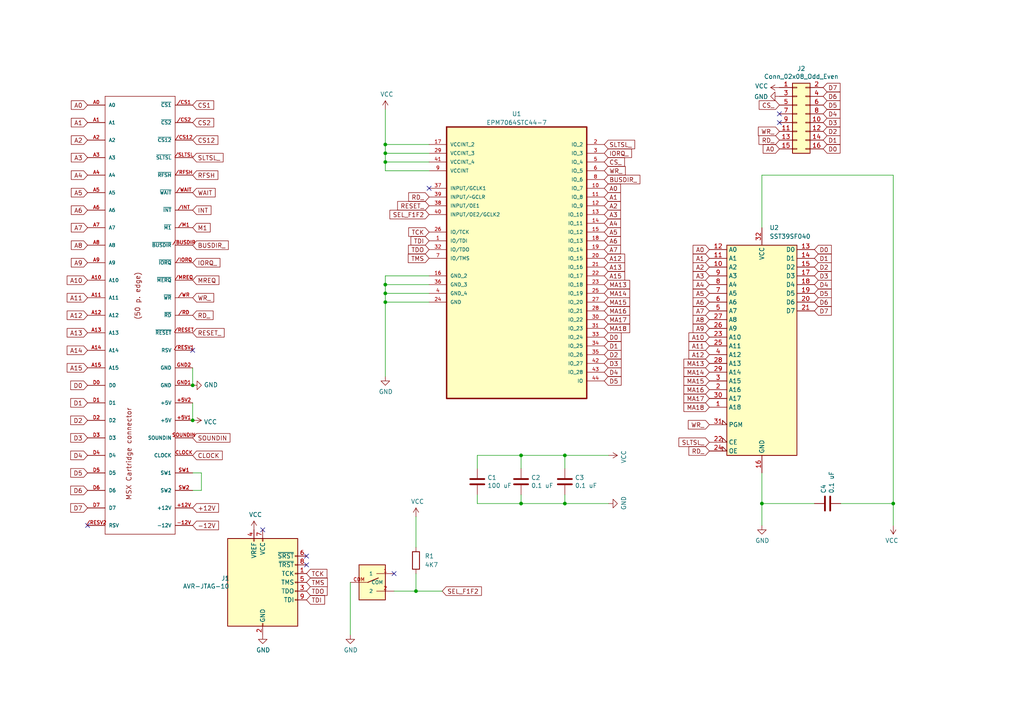
<source format=kicad_sch>
(kicad_sch (version 20231120) (generator "eeschema") (generator_version "8.0")
  (paper "A4")
  (title_block (title "MSX-USB") (date "2024-12-20") (rev "5.1") (company "The Retro Hacker") (comment 1 "Suitable for the CH376S Type 2") (comment 2 "New PCB version by The Retro Hacker") (comment 3 "Original project by S0urceror") (comment 4 "MSX-USB Interface"))
  (lib_symbols
    (symbol "Connector:AVR-JTAG-10" (pin_names (offset 1.016))
      (property "Reference" "J" (at -8.89 13.97 0))
      (property "Value" "AVR-JTAG-10" (at 1.27 13.97 0))
      (symbol "AVR-JTAG-10_0_1"
        (rectangle (start -2.667 12.7) (end -2.413 11.938))
        (rectangle (start -0.127 -11.938) (end 0.127 -12.7))
        (rectangle (start -0.127 12.7) (end 0.127 11.938))
        (rectangle (start 10.16 -4.953) (end 9.398 -5.207))
        (rectangle (start 10.16 -2.413) (end 9.398 -2.667))
        (rectangle (start 10.16 0.127) (end 9.398 -0.127))
        (rectangle (start 10.16 2.667) (end 9.398 2.413))
        (rectangle (start 10.16 5.207) (end 9.398 4.953))
        (rectangle (start 10.16 7.747) (end 9.398 7.493))
        (rectangle (start 10.16 12.7) (end -10.16 -12.7) (stroke (width 0.254)) (fill (type background)))
      )
      (symbol "AVR-JTAG-10_1_1"
        (pin passive line (at 12.7 2.54 180) (length 2.54) (name "TCK") (number "1"))
        (pin passive line (at 0 -15.24 90) (length 2.54) hide (name "GND") (number "10"))
        (pin passive line (at 0 -15.24 90) (length 2.54) (name "GND") (number "2"))
        (pin passive line (at 12.7 -2.54 180) (length 2.54) (name "TDO") (number "3"))
        (pin passive line (at -2.54 15.24 270) (length 2.54) (name "VREF") (number "4"))
        (pin passive line (at 12.7 0 180) (length 2.54) (name "TMS") (number "5"))
        (pin passive line (at 12.7 7.62 180) (length 2.54) (name "~{SRST}") (number "6"))
        (pin passive line (at 0 15.24 270) (length 2.54) (name "VCC") (number "7"))
        (pin passive line (at 12.7 5.08 180) (length 2.54) (name "~{TRST}") (number "8"))
        (pin passive line (at 12.7 -5.08 180) (length 2.54) (name "TDI") (number "9"))
      )
    )
    (symbol "Connector_Generic:Conn_02x08_Odd_Even" (pin_names (offset 1.016) hide)
      (property "Reference" "J" (at 1.27 10.16 0))
      (property "Value" "Conn_02x08_Odd_Even" (at 1.27 -12.7 0))
      (symbol "Conn_02x08_Odd_Even_1_1"
        (rectangle (start -1.27 -10.033) (end 0 -10.287) (stroke (width 0.1524)))
        (rectangle (start -1.27 -7.493) (end 0 -7.747) (stroke (width 0.1524)))
        (rectangle (start -1.27 -4.953) (end 0 -5.207) (stroke (width 0.1524)))
        (rectangle (start -1.27 -2.413) (end 0 -2.667) (stroke (width 0.1524)))
        (rectangle (start -1.27 0.127) (end 0 -0.127) (stroke (width 0.1524)))
        (rectangle (start -1.27 2.667) (end 0 2.413) (stroke (width 0.1524)))
        (rectangle (start -1.27 5.207) (end 0 4.953) (stroke (width 0.1524)))
        (rectangle (start -1.27 7.747) (end 0 7.493) (stroke (width 0.1524)))
        (rectangle (start -1.27 8.89) (end 3.81 -11.43) (stroke (width 0.254)) (fill (type background)))
        (rectangle (start 3.81 -10.033) (end 2.54 -10.287) (stroke (width 0.1524)))
        (rectangle (start 3.81 -7.493) (end 2.54 -7.747) (stroke (width 0.1524)))
        (rectangle (start 3.81 -4.953) (end 2.54 -5.207) (stroke (width 0.1524)))
        (rectangle (start 3.81 -2.413) (end 2.54 -2.667) (stroke (width 0.1524)))
        (rectangle (start 3.81 0.127) (end 2.54 -0.127) (stroke (width 0.1524)))
        (rectangle (start 3.81 2.667) (end 2.54 2.413) (stroke (width 0.1524)))
        (rectangle (start 3.81 5.207) (end 2.54 4.953) (stroke (width 0.1524)))
        (rectangle (start 3.81 7.747) (end 2.54 7.493) (stroke (width 0.1524)))
        (pin passive line (at -5.08 7.62 0) (length 3.81) (name "Pin_1") (number "1"))
        (pin passive line (at 7.62 -2.54 180) (length 3.81) (name "Pin_10") (number "10"))
        (pin passive line (at -5.08 -5.08 0) (length 3.81) (name "Pin_11") (number "11"))
        (pin passive line (at 7.62 -5.08 180) (length 3.81) (name "Pin_12") (number "12"))
        (pin passive line (at -5.08 -7.62 0) (length 3.81) (name "Pin_13") (number "13"))
        (pin passive line (at 7.62 -7.62 180) (length 3.81) (name "Pin_14") (number "14"))
        (pin passive line (at -5.08 -10.16 0) (length 3.81) (name "Pin_15") (number "15"))
        (pin passive line (at 7.62 -10.16 180) (length 3.81) (name "Pin_16") (number "16"))
        (pin passive line (at 7.62 7.62 180) (length 3.81) (name "Pin_2") (number "2"))
        (pin passive line (at -5.08 5.08 0) (length 3.81) (name "Pin_3") (number "3"))
        (pin passive line (at 7.62 5.08 180) (length 3.81) (name "Pin_4") (number "4"))
        (pin passive line (at -5.08 2.54 0) (length 3.81) (name "Pin_5") (number "5"))
        (pin passive line (at 7.62 2.54 180) (length 3.81) (name "Pin_6") (number "6"))
        (pin passive line (at -5.08 0 0) (length 3.81) (name "Pin_7") (number "7"))
        (pin passive line (at 7.62 0 180) (length 3.81) (name "Pin_8") (number "8"))
        (pin passive line (at -5.08 -2.54 0) (length 3.81) (name "Pin_9") (number "9"))
      )
    )
    (symbol "Device:C" (pin_numbers hide) (pin_names (offset 0.254))
      (property "Reference" "C" (at 0.635 2.54 0))
      (property "Value" "C" (at 0.635 -2.54 0))
      (symbol "C_0_1"
        (polyline (pts (xy -2.032 -0.762) (xy 2.032 -0.762)) (stroke (width 0.508)))
        (polyline (pts (xy -2.032 0.762) (xy 2.032 0.762)) (stroke (width 0.508)))
      )
      (symbol "C_1_1"
        (pin passive line (at 0 3.81 270) (length 2.794) (name "~") (number "1"))
        (pin passive line (at 0 -3.81 90) (length 2.794) (name "~") (number "2"))
      )
    )
    (symbol "Device:R" (pin_numbers hide) (pin_names (offset 0))
      (property "Reference" "R" (at 2.032 0 90))
      (property "Value" "R" (at 0 0 90))
      (symbol "R_0_1"
        (rectangle (start -1.016 -2.54) (end 1.016 2.54) (stroke (width 0.254)))
      )
      (symbol "R_1_1"
        (pin passive line (at 0 3.81 270) (length 1.27) (name "~") (number "1"))
        (pin passive line (at 0 -3.81 90) (length 1.27) (name "~") (number "2"))
      )
    )
    (symbol "EPM7064STC44-7:EPM7064STC44-7" (pin_names (offset 1.016))
      (property "Reference" "U" (at -6.0074 37.6483 0))
      (property "Value" "EPM7064STC44-7" (at -4.7675 -48.3887 0))
      (symbol "EPM7064STC44-7_0_0"
        (rectangle (start -20.32 -43.18) (end 20.32 35.56) (stroke (width 0.4064)) (fill (type background)))
        (pin bidirectional line (at -25.4 2.54 0) (length 5.08) (name "IO/TDI") (number "1"))
        (pin bidirectional line (at 25.4 17.78 180) (length 5.08) (name "IO_7") (number "10"))
        (pin bidirectional line (at 25.4 15.24 180) (length 5.08) (name "IO_8") (number "11"))
        (pin bidirectional line (at 25.4 12.7 180) (length 5.08) (name "IO_9") (number "12"))
        (pin bidirectional line (at 25.4 10.16 180) (length 5.08) (name "IO_10") (number "13"))
        (pin bidirectional line (at 25.4 7.62 180) (length 5.08) (name "IO_11") (number "14"))
        (pin bidirectional line (at 25.4 5.08 180) (length 5.08) (name "IO_12") (number "15"))
        (pin passive line (at -25.4 -7.62 0) (length 5.08) (name "GND_2") (number "16"))
        (pin power_in line (at -25.4 30.48 0) (length 5.08) (name "VCCINT_2") (number "17"))
        (pin bidirectional line (at 25.4 2.54 180) (length 5.08) (name "IO_13") (number "18"))
        (pin bidirectional line (at 25.4 0 180) (length 5.08) (name "IO_14") (number "19"))
        (pin bidirectional line (at 25.4 30.48 180) (length 5.08) (name "IO_2") (number "2"))
        (pin bidirectional line (at 25.4 -2.54 180) (length 5.08) (name "IO_15") (number "20"))
        (pin bidirectional line (at 25.4 -5.08 180) (length 5.08) (name "IO_16") (number "21"))
        (pin bidirectional line (at 25.4 -7.62 180) (length 5.08) (name "IO_17") (number "22"))
        (pin bidirectional line (at 25.4 -10.16 180) (length 5.08) (name "IO_18") (number "23"))
        (pin passive line (at -25.4 -15.24 0) (length 5.08) (name "GND") (number "24"))
        (pin bidirectional line (at 25.4 -12.7 180) (length 5.08) (name "IO_19") (number "25"))
        (pin bidirectional line (at -25.4 5.08 0) (length 5.08) (name "IO/TCK") (number "26"))
        (pin bidirectional line (at 25.4 -15.24 180) (length 5.08) (name "IO_20") (number "27"))
        (pin bidirectional line (at 25.4 -17.78 180) (length 5.08) (name "IO_21") (number "28"))
        (pin power_in line (at -25.4 27.94 0) (length 5.08) (name "VCCINT_3") (number "29"))
        (pin bidirectional line (at 25.4 27.94 180) (length 5.08) (name "IO_3") (number "3"))
        (pin bidirectional line (at 25.4 -20.32 180) (length 5.08) (name "IO_22") (number "30"))
        (pin bidirectional line (at 25.4 -22.86 180) (length 5.08) (name "IO_23") (number "31"))
        (pin bidirectional line (at -25.4 0 0) (length 5.08) (name "IO/TDO") (number "32"))
        (pin bidirectional line (at 25.4 -25.4 180) (length 5.08) (name "IO_24") (number "33"))
        (pin bidirectional line (at 25.4 -27.94 180) (length 5.08) (name "IO_25") (number "34"))
        (pin bidirectional line (at 25.4 -30.48 180) (length 5.08) (name "IO_26") (number "35"))
        (pin passive line (at -25.4 -10.16 0) (length 5.08) (name "GND_3") (number "36"))
        (pin input line (at -25.4 17.78 0) (length 5.08) (name "INPUT/GCLK1") (number "37"))
        (pin input line (at -25.4 12.7 0) (length 5.08) (name "INPUT/OE1") (number "38"))
        (pin input line (at -25.4 15.24 0) (length 5.08) (name "INPUT/~GCLR") (number "39"))
        (pin passive line (at -25.4 -12.7 0) (length 5.08) (name "GND_4") (number "4"))
        (pin input line (at -25.4 10.16 0) (length 5.08) (name "INPUT/OE2/GCLK2") (number "40"))
        (pin power_in line (at -25.4 25.4 0) (length 5.08) (name "VCCINT_4") (number "41"))
        (pin bidirectional line (at 25.4 -33.02 180) (length 5.08) (name "IO_27") (number "42"))
        (pin bidirectional line (at 25.4 -35.56 180) (length 5.08) (name "IO_28") (number "43"))
        (pin bidirectional line (at 25.4 -38.1 180) (length 5.08) (name "IO") (number "44"))
        (pin bidirectional line (at 25.4 25.4 180) (length 5.08) (name "IO_4") (number "5"))
        (pin bidirectional line (at 25.4 22.86 180) (length 5.08) (name "IO_5") (number "6"))
        (pin bidirectional line (at -25.4 -2.54 0) (length 5.08) (name "IO/TMS") (number "7"))
        (pin bidirectional line (at 25.4 20.32 180) (length 5.08) (name "IO_6") (number "8"))
        (pin power_in line (at -25.4 22.86 0) (length 5.08) (name "VCCINT") (number "9"))
      )
    )
    (symbol "Memory_Flash:SST39SF040"
      (property "Reference" "U" (at 2.54 33.02 0))
      (property "Value" "SST39SF040" (at 0 -30.48 0))
      (symbol "SST39SF040_0_0"
        (pin power_in line (at 0 -34.29 90) (length 5.08) (name "GND") (number "16"))
        (pin power_in line (at 0 36.83 270) (length 5.08) (name "VCC") (number "32"))
      )
      (symbol "SST39SF040_0_1"
        (rectangle (start -10.16 31.75) (end 10.16 -29.21) (stroke (width 0.254)) (fill (type background)))
      )
      (symbol "SST39SF040_1_1"
        (pin input line (at -15.24 -15.24 0) (length 5.08) (name "A18") (number "1"))
        (pin input line (at -15.24 25.4 0) (length 5.08) (name "A2") (number "10"))
        (pin input line (at -15.24 27.94 0) (length 5.08) (name "A1") (number "11"))
        (pin input line (at -15.24 30.48 0) (length 5.08) (name "A0") (number "12"))
        (pin tri_state line (at 15.24 30.48 180) (length 5.08) (name "D0") (number "13"))
        (pin tri_state line (at 15.24 27.94 180) (length 5.08) (name "D1") (number "14"))
        (pin tri_state line (at 15.24 25.4 180) (length 5.08) (name "D2") (number "15"))
        (pin tri_state line (at 15.24 22.86 180) (length 5.08) (name "D3") (number "17"))
        (pin tri_state line (at 15.24 20.32 180) (length 5.08) (name "D4") (number "18"))
        (pin tri_state line (at 15.24 17.78 180) (length 5.08) (name "D5") (number "19"))
        (pin input line (at -15.24 -10.16 0) (length 5.08) (name "A16") (number "2"))
        (pin tri_state line (at 15.24 15.24 180) (length 5.08) (name "D6") (number "20"))
        (pin tri_state line (at 15.24 12.7 180) (length 5.08) (name "D7") (number "21"))
        (pin input input_low (at -15.24 -25.4 0) (length 5.08) (name "CE") (number "22"))
        (pin input line (at -15.24 5.08 0) (length 5.08) (name "A10") (number "23"))
        (pin input input_low (at -15.24 -27.94 0) (length 5.08) (name "OE") (number "24"))
        (pin input line (at -15.24 2.54 0) (length 5.08) (name "A11") (number "25"))
        (pin input line (at -15.24 7.62 0) (length 5.08) (name "A9") (number "26"))
        (pin input line (at -15.24 10.16 0) (length 5.08) (name "A8") (number "27"))
        (pin input line (at -15.24 -2.54 0) (length 5.08) (name "A13") (number "28"))
        (pin input line (at -15.24 -5.08 0) (length 5.08) (name "A14") (number "29"))
        (pin input line (at -15.24 -7.62 0) (length 5.08) (name "A15") (number "3"))
        (pin input line (at -15.24 -12.7 0) (length 5.08) (name "A17") (number "30"))
        (pin input input_low (at -15.24 -20.32 0) (length 5.08) (name "PGM") (number "31"))
        (pin input line (at -15.24 0 0) (length 5.08) (name "A12") (number "4"))
        (pin input line (at -15.24 12.7 0) (length 5.08) (name "A7") (number "5"))
        (pin input line (at -15.24 15.24 0) (length 5.08) (name "A6") (number "6"))
        (pin input line (at -15.24 17.78 0) (length 5.08) (name "A5") (number "7"))
        (pin input line (at -15.24 20.32 0) (length 5.08) (name "A4") (number "8"))
        (pin input line (at -15.24 22.86 0) (length 5.08) (name "A3") (number "9"))
      )
    )
    (symbol "SK12D07VG4:SK12D07VG4" (pin_names (offset 1.016))
      (symbol "SK12D07VG4_0_0"
        (rectangle (start -5.08 5.08) (end 5.08 -2.54) (stroke (width 0.254)) (fill (type background)))
        (polyline (pts (xy 0 0) (xy -1.27 3.048)) (stroke (width 0.254)))
        (pin bidirectional line (at 0 -5.08 90) (length 5.08) (name "COM") (number "COM"))
      )
      (symbol "SK12D07VG4_1_0"
        (pin bidirectional line (at -2.54 7.62 270) (length 5.08) (name "1") (number "1"))
        (pin bidirectional line (at 2.54 7.62 270) (length 5.08) (name "2") (number "2"))
      )
    )
    (symbol "msx-con:MSX_CON" (pin_names (offset 1.016))
      (symbol "MSX_CON_1_0"
        (polyline (pts (xy -58.42 -10.16) (xy 68.58 -10.16)))
        (polyline (pts (xy -58.42 10.16) (xy -58.42 -10.16)))
        (polyline (pts (xy 68.58 -10.16) (xy 68.58 10.16)))
        (polyline (pts (xy 68.58 10.16) (xy -58.42 10.16)))
        (text "(50 p. edge)" (at 10.7442 0.7112 0) (effects (font (size 1.4224 1.4224))))
        (text "MSX Cartridge connector" (at -35.0774 3.2512 0) (effects (font (size 1.4224 1.4224))))
      )
      (symbol "MSX_CON_1_1"
        (pin power_out line (at -50.8 -15.24 90) (length 5.08) (name "+12V") (number "+12V"))
        (pin power_out line (at -25.4 -15.24 90) (length 5.08) (name "+5V") (number "+5V1"))
        (pin power_out line (at -20.32 -15.24 90) (length 5.08) (name "+5V") (number "+5V2"))
        (pin power_out line (at -55.88 -15.24 90) (length 5.08) (name "-12V") (number "-12V"))
        (pin input line (at 25.4 -15.24 90) (length 5.08) (name "~{BUSDIR}") (number "/BUSDIR"))
        (pin output line (at 66.04 -15.24 90) (length 5.08) (name "~{CS1}") (number "/CS1"))
        (pin output line (at 55.88 -15.24 90) (length 5.08) (name "~{CS12}") (number "/CS12"))
        (pin output line (at 60.96 -15.24 90) (length 5.08) (name "~{CS2}") (number "/CS2"))
        (pin input line (at 35.56 -15.24 90) (length 5.08) (name "~{INT}") (number "/INT"))
        (pin output line (at 20.32 -15.24 90) (length 5.08) (name "~{IORQ}") (number "/IORQ"))
        (pin output line (at 30.48 -15.24 90) (length 5.08) (name "~{M1}") (number "/M1"))
        (pin output line (at 15.24 -15.24 90) (length 5.08) (name "~{MERQ}") (number "/MREQ"))
        (pin output line (at 5.08 -15.24 90) (length 5.08) (name "~{RD}") (number "/RD"))
        (pin output line (at 0 -15.24 90) (length 5.08) (name "~{RESET}") (number "/RESET"))
        (pin unspecified line (at -5.08 -15.24 90) (length 5.08) (name "RSV") (number "/RESV1"))
        (pin unspecified line (at -55.88 15.24 270) (length 5.08) (name "RSV") (number "/RESV2"))
        (pin output line (at 45.72 -15.24 90) (length 5.08) (name "~{RFSH}") (number "/RFSH"))
        (pin output line (at 50.8 -15.24 90) (length 5.08) (name "~{SLTSL}") (number "/SLTSL"))
        (pin input line (at 40.64 -15.24 90) (length 5.08) (name "~{WAIT}") (number "/WAIT"))
        (pin output line (at 10.16 -15.24 90) (length 5.08) (name "~{WR}") (number "/WR"))
        (pin output line (at 66.04 15.24 270) (length 5.08) (name "A0") (number "A0"))
        (pin output line (at 60.96 15.24 270) (length 5.08) (name "A1") (number "A1"))
        (pin output line (at 15.24 15.24 270) (length 5.08) (name "A10") (number "A10"))
        (pin output line (at 10.16 15.24 270) (length 5.08) (name "A11") (number "A11"))
        (pin output line (at 5.08 15.24 270) (length 5.08) (name "A12") (number "A12"))
        (pin output line (at 0 15.24 270) (length 5.08) (name "A13") (number "A13"))
        (pin output line (at -5.08 15.24 270) (length 5.08) (name "A14") (number "A14"))
        (pin output line (at -10.16 15.24 270) (length 5.08) (name "A15") (number "A15"))
        (pin output line (at 55.88 15.24 270) (length 5.08) (name "A2") (number "A2"))
        (pin output line (at 50.8 15.24 270) (length 5.08) (name "A3") (number "A3"))
        (pin output line (at 45.72 15.24 270) (length 5.08) (name "A4") (number "A4"))
        (pin output line (at 40.64 15.24 270) (length 5.08) (name "A5") (number "A5"))
        (pin output line (at 35.56 15.24 270) (length 5.08) (name "A6") (number "A6"))
        (pin output line (at 30.48 15.24 270) (length 5.08) (name "A7") (number "A7"))
        (pin output line (at 25.4 15.24 270) (length 5.08) (name "A8") (number "A8"))
        (pin output line (at 20.32 15.24 270) (length 5.08) (name "A9") (number "A9"))
        (pin output line (at -35.56 -15.24 90) (length 5.08) (name "CLOCK") (number "CLOCK"))
        (pin bidirectional line (at -15.24 15.24 270) (length 5.08) (name "D0") (number "D0"))
        (pin bidirectional line (at -20.32 15.24 270) (length 5.08) (name "D1") (number "D1"))
        (pin bidirectional line (at -25.4 15.24 270) (length 5.08) (name "D2") (number "D2"))
        (pin bidirectional line (at -30.48 15.24 270) (length 5.08) (name "D3") (number "D3"))
        (pin bidirectional line (at -35.56 15.24 270) (length 5.08) (name "D4") (number "D4"))
        (pin bidirectional line (at -40.64 15.24 270) (length 5.08) (name "D5") (number "D5"))
        (pin bidirectional line (at -45.72 15.24 270) (length 5.08) (name "D6") (number "D6"))
        (pin bidirectional line (at -50.8 15.24 270) (length 5.08) (name "D7") (number "D7"))
        (pin power_out line (at -15.24 -15.24 90) (length 5.08) (name "GND") (number "GND1"))
        (pin power_out line (at -10.16 -15.24 90) (length 5.08) (name "GND") (number "GND2"))
        (pin input line (at -30.48 -15.24 90) (length 5.08) (name "SOUNDIN") (number "SOUNDIN"))
        (pin passive line (at -40.64 -15.24 90) (length 5.08) (name "SW1") (number "SW1"))
        (pin passive line (at -45.72 -15.24 90) (length 5.08) (name "SW2") (number "SW2"))
      )
    )
    (symbol "power:GND" (power) (pin_names (offset 0))
      (property "Value" "GND" (at 0 -3.81 0))
      (symbol "GND_0_1"
        (polyline (pts (xy 0 0) (xy 0 -1.27) (xy 1.27 -1.27) (xy 0 -2.54) (xy -1.27 -1.27) (xy 0 -1.27)))
      )
      (symbol "GND_1_1"
        (pin power_in line (at 0 0 270) (length 0) hide (name "GND") (number "1"))
      )
    )
    (symbol "power:VCC" (power) (pin_names (offset 0))
      (property "Value" "VCC" (at 0 3.81 0))
      (symbol "VCC_0_1"
        (polyline (pts (xy -0.762 1.27) (xy 0 2.54)))
        (polyline (pts (xy 0 0) (xy 0 2.54)))
        (polyline (pts (xy 0 2.54) (xy 0.762 1.27)))
      )
      (symbol "VCC_1_1"
        (pin power_in line (at 0 0 90) (length 0) hide (name "VCC") (number "1"))
      )
    )
  )
  (junction (at 111.76 87.63))
  (junction (at 111.76 82.55))
  (junction (at 55.88 111.76))
  (junction (at 163.83 132.08))
  (junction (at 111.76 85.09))
  (junction (at 111.76 46.99))
  (junction (at 259.08 146.05))
  (junction (at 111.76 41.91))
  (junction (at 151.13 132.08))
  (junction (at 111.76 44.45))
  (junction (at 120.65 171.45))
  (junction (at 151.13 146.05))
  (junction (at 55.88 121.92))
  (junction (at 220.98 146.05))
  (junction (at 163.83 146.05))
  (no_connect (at 76.2 153.67))
  (no_connect (at 124.46 54.61))
  (no_connect (at 114.3 166.37))
  (no_connect (at 88.9 163.83))
  (no_connect (at 88.9 161.29))
  (no_connect (at 226.06 35.56))
  (no_connect (at 55.88 101.6))
  (no_connect (at 25.4 152.4))
  (no_connect (at 226.06 33.02))
  (wire (pts (xy 124.46 49.53) (xy 111.76 49.53)))
  (wire (pts (xy 111.76 41.91) (xy 111.76 31.75)))
  (wire (pts (xy 101.6 168.91) (xy 101.6 184.15)))
  (wire (pts (xy 124.46 46.99) (xy 111.76 46.99)))
  (wire (pts (xy 111.76 82.55) (xy 111.76 85.09)))
  (wire (pts (xy 151.13 146.05) (xy 163.83 146.05)))
  (wire (pts (xy 243.84 146.05) (xy 259.08 146.05)))
  (wire (pts (xy 138.43 132.08) (xy 151.13 132.08)))
  (wire (pts (xy 151.13 135.89) (xy 151.13 132.08)))
  (wire (pts (xy 124.46 41.91) (xy 111.76 41.91)))
  (wire (pts (xy 111.76 44.45) (xy 111.76 41.91)))
  (wire (pts (xy 138.43 146.05) (xy 138.43 143.51)))
  (wire (pts (xy 111.76 49.53) (xy 111.76 46.99)))
  (wire (pts (xy 124.46 80.01) (xy 111.76 80.01)))
  (wire (pts (xy 111.76 85.09) (xy 124.46 85.09)))
  (wire (pts (xy 55.88 137.16) (xy 58.42 137.16)))
  (wire (pts (xy 220.98 146.05) (xy 236.22 146.05)))
  (wire (pts (xy 151.13 132.08) (xy 163.83 132.08)))
  (wire (pts (xy 111.76 87.63) (xy 111.76 109.22)))
  (wire (pts (xy 111.76 46.99) (xy 111.76 44.45)))
  (wire (pts (xy 111.76 82.55) (xy 124.46 82.55)))
  (wire (pts (xy 163.83 132.08) (xy 163.83 135.89)))
  (wire (pts (xy 151.13 143.51) (xy 151.13 146.05)))
  (wire (pts (xy 163.83 143.51) (xy 163.83 146.05)))
  (wire (pts (xy 220.98 137.16) (xy 220.98 146.05)))
  (wire (pts (xy 163.83 132.08) (xy 176.53 132.08)))
  (wire (pts (xy 220.98 66.04) (xy 220.98 50.8)))
  (wire (pts (xy 120.65 171.45) (xy 120.65 166.37)))
  (wire (pts (xy 259.08 146.05) (xy 259.08 152.4)))
  (wire (pts (xy 151.13 146.05) (xy 138.43 146.05)))
  (wire (pts (xy 176.53 146.05) (xy 163.83 146.05)))
  (wire (pts (xy 220.98 50.8) (xy 259.08 50.8)))
  (wire (pts (xy 259.08 50.8) (xy 259.08 146.05)))
  (wire (pts (xy 55.88 106.68) (xy 55.88 111.76)))
  (wire (pts (xy 220.98 146.05) (xy 220.98 152.4)))
  (wire (pts (xy 120.65 149.86) (xy 120.65 158.75)))
  (wire (pts (xy 111.76 85.09) (xy 111.76 87.63)))
  (wire (pts (xy 111.76 87.63) (xy 124.46 87.63)))
  (wire (pts (xy 55.88 142.24) (xy 58.42 142.24)))
  (wire (pts (xy 124.46 44.45) (xy 111.76 44.45)))
  (wire (pts (xy 58.42 137.16) (xy 58.42 142.24)))
  (wire (pts (xy 55.88 121.92) (xy 55.88 116.84)))
  (wire (pts (xy 114.3 171.45) (xy 120.65 171.45)))
  (wire (pts (xy 120.65 171.45) (xy 128.27 171.45)))
  (wire (pts (xy 138.43 135.89) (xy 138.43 132.08)))
  (wire (pts (xy 111.76 80.01) (xy 111.76 82.55)))
  (global_label "RD_" (shape input) (at 226.06 40.64 180) (property "Intersheetrefs" "${INTERSHEET_REFS}" (effects (hide yes))))
  (global_label "D5" (shape input) (at 25.4 137.16 180) (property "Intersheetrefs" "${INTERSHEET_REFS}" (effects (hide yes))))
  (global_label "CS_" (shape input) (at 175.26 46.99 0) (property "Intersheetrefs" "${INTERSHEET_REFS}" (effects (hide yes))))
  (global_label "A0" (shape input) (at 226.06 43.18 180) (property "Intersheetrefs" "${INTERSHEET_REFS}" (effects (hide yes))))
  (global_label "D4" (shape input) (at 175.26 107.95 0) (property "Intersheetrefs" "${INTERSHEET_REFS}" (effects (hide yes))))
  (global_label "A3" (shape input) (at 175.26 62.23 0) (property "Intersheetrefs" "${INTERSHEET_REFS}" (effects (hide yes))))
  (global_label "WR_" (shape input) (at 205.74 123.19 180) (property "Intersheetrefs" "${INTERSHEET_REFS}" (effects (hide yes))))
  (global_label "SLTSL_" (shape input) (at 205.74 128.27 180) (property "Intersheetrefs" "${INTERSHEET_REFS}" (effects (hide yes))))
  (global_label "MA18" (shape input) (at 175.26 95.25 0) (property "Intersheetrefs" "${INTERSHEET_REFS}" (effects (hide yes))))
  (global_label "TDI" (shape input) (at 124.46 69.85 180) (property "Intersheetrefs" "${INTERSHEET_REFS}" (effects (hide yes))))
  (global_label "BUSDIR_" (shape input) (at 55.88 71.12 0) (property "Intersheetrefs" "${INTERSHEET_REFS}" (effects (hide yes))))
  (global_label "A13" (shape input) (at 175.26 77.47 0) (property "Intersheetrefs" "${INTERSHEET_REFS}" (effects (hide yes))))
  (global_label "A10" (shape input) (at 25.4 81.28 180) (property "Intersheetrefs" "${INTERSHEET_REFS}" (effects (hide yes))))
  (global_label "TDO" (shape input) (at 124.46 72.39 180) (property "Intersheetrefs" "${INTERSHEET_REFS}" (effects (hide yes))))
  (global_label "CS2" (shape input) (at 55.88 35.56 0) (property "Intersheetrefs" "${INTERSHEET_REFS}" (effects (hide yes))))
  (global_label "IORQ_" (shape input) (at 55.88 76.2 0) (property "Intersheetrefs" "${INTERSHEET_REFS}" (effects (hide yes))))
  (global_label "A1" (shape input) (at 25.4 35.56 180) (property "Intersheetrefs" "${INTERSHEET_REFS}" (effects (hide yes))))
  (global_label "A2" (shape input) (at 175.26 59.69 0) (property "Intersheetrefs" "${INTERSHEET_REFS}" (effects (hide yes))))
  (global_label "A7" (shape input) (at 25.4 66.04 180) (property "Intersheetrefs" "${INTERSHEET_REFS}" (effects (hide yes))))
  (global_label "A8" (shape input) (at 205.74 92.71 180) (property "Intersheetrefs" "${INTERSHEET_REFS}" (effects (hide yes))))
  (global_label "D3" (shape input) (at 238.76 35.56 0) (property "Intersheetrefs" "${INTERSHEET_REFS}" (effects (hide yes))))
  (global_label "D1" (shape input) (at 238.76 40.64 0) (property "Intersheetrefs" "${INTERSHEET_REFS}" (effects (hide yes))))
  (global_label "WAIT" (shape input) (at 55.88 55.88 0) (property "Intersheetrefs" "${INTERSHEET_REFS}" (effects (hide yes))))
  (global_label "D4" (shape input) (at 25.4 132.08 180) (property "Intersheetrefs" "${INTERSHEET_REFS}" (effects (hide yes))))
  (global_label "SLTSL_" (shape input) (at 55.88 45.72 0) (property "Intersheetrefs" "${INTERSHEET_REFS}" (effects (hide yes))))
  (global_label "A2" (shape input) (at 25.4 40.64 180) (property "Intersheetrefs" "${INTERSHEET_REFS}" (effects (hide yes))))
  (global_label "A6" (shape input) (at 205.74 87.63 180) (property "Intersheetrefs" "${INTERSHEET_REFS}" (effects (hide yes))))
  (global_label "D1" (shape input) (at 236.22 74.93 0) (property "Intersheetrefs" "${INTERSHEET_REFS}" (effects (hide yes))))
  (global_label "D0" (shape input) (at 236.22 72.39 0) (property "Intersheetrefs" "${INTERSHEET_REFS}" (effects (hide yes))))
  (global_label "D1" (shape input) (at 25.4 116.84 180) (property "Intersheetrefs" "${INTERSHEET_REFS}" (effects (hide yes))))
  (global_label "CLOCK" (shape input) (at 55.88 132.08 0) (property "Intersheetrefs" "${INTERSHEET_REFS}" (effects (hide yes))))
  (global_label "CS1" (shape input) (at 55.88 30.48 0) (property "Intersheetrefs" "${INTERSHEET_REFS}" (effects (hide yes))))
  (global_label "MREQ" (shape input) (at 55.88 81.28 0) (property "Intersheetrefs" "${INTERSHEET_REFS}" (effects (hide yes))))
  (global_label "D4" (shape input) (at 236.22 82.55 0) (property "Intersheetrefs" "${INTERSHEET_REFS}" (effects (hide yes))))
  (global_label "SEL_F1F2" (shape input) (at 124.46 62.23 180) (property "Intersheetrefs" "${INTERSHEET_REFS}" (effects (hide yes))))
  (global_label "A10" (shape input) (at 205.74 97.79 180) (property "Intersheetrefs" "${INTERSHEET_REFS}" (effects (hide yes))))
  (global_label "A15" (shape input) (at 25.4 106.68 180) (property "Intersheetrefs" "${INTERSHEET_REFS}" (effects (hide yes))))
  (global_label "TCK" (shape input) (at 124.46 67.31 180) (property "Intersheetrefs" "${INTERSHEET_REFS}" (effects (hide yes))))
  (global_label "MA13" (shape input) (at 175.26 82.55 0) (property "Intersheetrefs" "${INTERSHEET_REFS}" (effects (hide yes))))
  (global_label "D3" (shape input) (at 175.26 105.41 0) (property "Intersheetrefs" "${INTERSHEET_REFS}" (effects (hide yes))))
  (global_label "RD_" (shape input) (at 124.46 57.15 180) (property "Intersheetrefs" "${INTERSHEET_REFS}" (effects (hide yes))))
  (global_label "A6" (shape input) (at 175.26 69.85 0) (property "Intersheetrefs" "${INTERSHEET_REFS}" (effects (hide yes))))
  (global_label "MA14" (shape input) (at 205.74 107.95 180) (property "Intersheetrefs" "${INTERSHEET_REFS}" (effects (hide yes))))
  (global_label "SLTSL_" (shape input) (at 175.26 41.91 0) (property "Intersheetrefs" "${INTERSHEET_REFS}" (effects (hide yes))))
  (global_label "WR_" (shape input) (at 226.06 38.1 180) (property "Intersheetrefs" "${INTERSHEET_REFS}" (effects (hide yes))))
  (global_label "D2" (shape input) (at 25.4 121.92 180) (property "Intersheetrefs" "${INTERSHEET_REFS}" (effects (hide yes))))
  (global_label "D2" (shape input) (at 238.76 38.1 0) (property "Intersheetrefs" "${INTERSHEET_REFS}" (effects (hide yes))))
  (global_label "D5" (shape input) (at 238.76 30.48 0) (property "Intersheetrefs" "${INTERSHEET_REFS}" (effects (hide yes))))
  (global_label "D6" (shape input) (at 238.76 27.94 0) (property "Intersheetrefs" "${INTERSHEET_REFS}" (effects (hide yes))))
  (global_label "A12" (shape input) (at 25.4 91.44 180) (property "Intersheetrefs" "${INTERSHEET_REFS}" (effects (hide yes))))
  (global_label "-12V" (shape input) (at 55.88 152.4 0) (property "Intersheetrefs" "${INTERSHEET_REFS}" (effects (hide yes))))
  (global_label "A4" (shape input) (at 175.26 64.77 0) (property "Intersheetrefs" "${INTERSHEET_REFS}" (effects (hide yes))))
  (global_label "A8" (shape input) (at 25.4 71.12 180) (property "Intersheetrefs" "${INTERSHEET_REFS}" (effects (hide yes))))
  (global_label "D7" (shape input) (at 236.22 90.17 0) (property "Intersheetrefs" "${INTERSHEET_REFS}" (effects (hide yes))))
  (global_label "MA16" (shape input) (at 205.74 113.03 180) (property "Intersheetrefs" "${INTERSHEET_REFS}" (effects (hide yes))))
  (global_label "A11" (shape input) (at 25.4 86.36 180) (property "Intersheetrefs" "${INTERSHEET_REFS}" (effects (hide yes))))
  (global_label "D2" (shape input) (at 175.26 102.87 0) (property "Intersheetrefs" "${INTERSHEET_REFS}" (effects (hide yes))))
  (global_label "D7" (shape input) (at 238.76 25.4 0) (property "Intersheetrefs" "${INTERSHEET_REFS}" (effects (hide yes))))
  (global_label "+12V" (shape input) (at 55.88 147.32 0) (property "Intersheetrefs" "${INTERSHEET_REFS}" (effects (hide yes))))
  (global_label "A1" (shape input) (at 205.74 74.93 180) (property "Intersheetrefs" "${INTERSHEET_REFS}" (effects (hide yes))))
  (global_label "CS12" (shape input) (at 55.88 40.64 0) (property "Intersheetrefs" "${INTERSHEET_REFS}" (effects (hide yes))))
  (global_label "A12" (shape input) (at 205.74 102.87 180) (property "Intersheetrefs" "${INTERSHEET_REFS}" (effects (hide yes))))
  (global_label "A0" (shape input) (at 205.74 72.39 180) (property "Intersheetrefs" "${INTERSHEET_REFS}" (effects (hide yes))))
  (global_label "IORQ_" (shape input) (at 175.26 44.45 0) (property "Intersheetrefs" "${INTERSHEET_REFS}" (effects (hide yes))))
  (global_label "D0" (shape input) (at 25.4 111.76 180) (property "Intersheetrefs" "${INTERSHEET_REFS}" (effects (hide yes))))
  (global_label "A0" (shape input) (at 175.26 54.61 0) (property "Intersheetrefs" "${INTERSHEET_REFS}" (effects (hide yes))))
  (global_label "A15" (shape input) (at 175.26 80.01 0) (property "Intersheetrefs" "${INTERSHEET_REFS}" (effects (hide yes))))
  (global_label "MA15" (shape input) (at 175.26 87.63 0) (property "Intersheetrefs" "${INTERSHEET_REFS}" (effects (hide yes))))
  (global_label "D0" (shape input) (at 175.26 97.79 0) (property "Intersheetrefs" "${INTERSHEET_REFS}" (effects (hide yes))))
  (global_label "SEL_F1F2" (shape input) (at 128.27 171.45 0) (property "Intersheetrefs" "${INTERSHEET_REFS}" (effects (hide yes))))
  (global_label "D3" (shape input) (at 25.4 127 180) (property "Intersheetrefs" "${INTERSHEET_REFS}" (effects (hide yes))))
  (global_label "RD_" (shape input) (at 205.74 130.81 180) (property "Intersheetrefs" "${INTERSHEET_REFS}" (effects (hide yes))))
  (global_label "MA18" (shape input) (at 205.74 118.11 180) (property "Intersheetrefs" "${INTERSHEET_REFS}" (effects (hide yes))))
  (global_label "A5" (shape input) (at 205.74 85.09 180) (property "Intersheetrefs" "${INTERSHEET_REFS}" (effects (hide yes))))
  (global_label "A13" (shape input) (at 25.4 96.52 180) (property "Intersheetrefs" "${INTERSHEET_REFS}" (effects (hide yes))))
  (global_label "TDO" (shape input) (at 88.9 171.45 0) (property "Intersheetrefs" "${INTERSHEET_REFS}" (effects (hide yes))))
  (global_label "MA15" (shape input) (at 205.74 110.49 180) (property "Intersheetrefs" "${INTERSHEET_REFS}" (effects (hide yes))))
  (global_label "A1" (shape input) (at 175.26 57.15 0) (property "Intersheetrefs" "${INTERSHEET_REFS}" (effects (hide yes))))
  (global_label "D5" (shape input) (at 175.26 110.49 0) (property "Intersheetrefs" "${INTERSHEET_REFS}" (effects (hide yes))))
  (global_label "WR_" (shape input) (at 55.88 86.36 0) (property "Intersheetrefs" "${INTERSHEET_REFS}" (effects (hide yes))))
  (global_label "D4" (shape input) (at 238.76 33.02 0) (property "Intersheetrefs" "${INTERSHEET_REFS}" (effects (hide yes))))
  (global_label "MA14" (shape input) (at 175.26 85.09 0) (property "Intersheetrefs" "${INTERSHEET_REFS}" (effects (hide yes))))
  (global_label "CS_" (shape input) (at 226.06 30.48 180) (property "Intersheetrefs" "${INTERSHEET_REFS}" (effects (hide yes))))
  (global_label "A11" (shape input) (at 205.74 100.33 180) (property "Intersheetrefs" "${INTERSHEET_REFS}" (effects (hide yes))))
  (global_label "A9" (shape input) (at 25.4 76.2 180) (property "Intersheetrefs" "${INTERSHEET_REFS}" (effects (hide yes))))
  (global_label "D7" (shape input) (at 25.4 147.32 180) (property "Intersheetrefs" "${INTERSHEET_REFS}" (effects (hide yes))))
  (global_label "A3" (shape input) (at 205.74 80.01 180) (property "Intersheetrefs" "${INTERSHEET_REFS}" (effects (hide yes))))
  (global_label "TCK" (shape input) (at 88.9 166.37 0) (property "Intersheetrefs" "${INTERSHEET_REFS}" (effects (hide yes))))
  (global_label "A7" (shape input) (at 205.74 90.17 180) (property "Intersheetrefs" "${INTERSHEET_REFS}" (effects (hide yes))))
  (global_label "D6" (shape input) (at 25.4 142.24 180) (property "Intersheetrefs" "${INTERSHEET_REFS}" (effects (hide yes))))
  (global_label "A3" (shape input) (at 25.4 45.72 180) (property "Intersheetrefs" "${INTERSHEET_REFS}" (effects (hide yes))))
  (global_label "RFSH" (shape input) (at 55.88 50.8 0) (property "Intersheetrefs" "${INTERSHEET_REFS}" (effects (hide yes))))
  (global_label "D0" (shape input) (at 238.76 43.18 0) (property "Intersheetrefs" "${INTERSHEET_REFS}" (effects (hide yes))))
  (global_label "D3" (shape input) (at 236.22 80.01 0) (property "Intersheetrefs" "${INTERSHEET_REFS}" (effects (hide yes))))
  (global_label "A9" (shape input) (at 205.74 95.25 180) (property "Intersheetrefs" "${INTERSHEET_REFS}" (effects (hide yes))))
  (global_label "A12" (shape input) (at 175.26 74.93 0) (property "Intersheetrefs" "${INTERSHEET_REFS}" (effects (hide yes))))
  (global_label "RESET_" (shape input) (at 124.46 59.69 180) (property "Intersheetrefs" "${INTERSHEET_REFS}" (effects (hide yes))))
  (global_label "SOUNDIN" (shape input) (at 55.88 127 0) (property "Intersheetrefs" "${INTERSHEET_REFS}" (effects (hide yes))))
  (global_label "A6" (shape input) (at 25.4 60.96 180) (property "Intersheetrefs" "${INTERSHEET_REFS}" (effects (hide yes))))
  (global_label "TDI" (shape input) (at 88.9 173.99 0) (property "Intersheetrefs" "${INTERSHEET_REFS}" (effects (hide yes))))
  (global_label "A4" (shape input) (at 25.4 50.8 180) (property "Intersheetrefs" "${INTERSHEET_REFS}" (effects (hide yes))))
  (global_label "TMS" (shape input) (at 88.9 168.91 0) (property "Intersheetrefs" "${INTERSHEET_REFS}" (effects (hide yes))))
  (global_label "A5" (shape input) (at 175.26 67.31 0) (property "Intersheetrefs" "${INTERSHEET_REFS}" (effects (hide yes))))
  (global_label "MA13" (shape input) (at 205.74 105.41 180) (property "Intersheetrefs" "${INTERSHEET_REFS}" (effects (hide yes))))
  (global_label "WR_" (shape input) (at 175.26 49.53 0) (property "Intersheetrefs" "${INTERSHEET_REFS}" (effects (hide yes))))
  (global_label "A14" (shape input) (at 25.4 101.6 180) (property "Intersheetrefs" "${INTERSHEET_REFS}" (effects (hide yes))))
  (global_label "BUSDIR_" (shape input) (at 175.26 52.07 0) (property "Intersheetrefs" "${INTERSHEET_REFS}" (effects (hide yes))))
  (global_label "RESET_" (shape input) (at 55.88 96.52 0) (property "Intersheetrefs" "${INTERSHEET_REFS}" (effects (hide yes))))
  (global_label "A7" (shape input) (at 175.26 72.39 0) (property "Intersheetrefs" "${INTERSHEET_REFS}" (effects (hide yes))))
  (global_label "MA17" (shape input) (at 205.74 115.57 180) (property "Intersheetrefs" "${INTERSHEET_REFS}" (effects (hide yes))))
  (global_label "A4" (shape input) (at 205.74 82.55 180) (property "Intersheetrefs" "${INTERSHEET_REFS}" (effects (hide yes))))
  (global_label "D5" (shape input) (at 236.22 85.09 0) (property "Intersheetrefs" "${INTERSHEET_REFS}" (effects (hide yes))))
  (global_label "MA16" (shape input) (at 175.26 90.17 0) (property "Intersheetrefs" "${INTERSHEET_REFS}" (effects (hide yes))))
  (global_label "A5" (shape input) (at 25.4 55.88 180) (property "Intersheetrefs" "${INTERSHEET_REFS}" (effects (hide yes))))
  (global_label "A0" (shape input) (at 25.4 30.48 180) (property "Intersheetrefs" "${INTERSHEET_REFS}" (effects (hide yes))))
  (global_label "RD_" (shape input) (at 55.88 91.44 0) (property "Intersheetrefs" "${INTERSHEET_REFS}" (effects (hide yes))))
  (global_label "INT" (shape input) (at 55.88 60.96 0) (property "Intersheetrefs" "${INTERSHEET_REFS}" (effects (hide yes))))
  (global_label "D2" (shape input) (at 236.22 77.47 0) (property "Intersheetrefs" "${INTERSHEET_REFS}" (effects (hide yes))))
  (global_label "MA17" (shape input) (at 175.26 92.71 0) (property "Intersheetrefs" "${INTERSHEET_REFS}" (effects (hide yes))))
  (global_label "D1" (shape input) (at 175.26 100.33 0) (property "Intersheetrefs" "${INTERSHEET_REFS}" (effects (hide yes))))
  (global_label "A2" (shape input) (at 205.74 77.47 180) (property "Intersheetrefs" "${INTERSHEET_REFS}" (effects (hide yes))))
  (global_label "D6" (shape input) (at 236.22 87.63 0) (property "Intersheetrefs" "${INTERSHEET_REFS}" (effects (hide yes))))
  (global_label "M1" (shape input) (at 55.88 66.04 0) (property "Intersheetrefs" "${INTERSHEET_REFS}" (effects (hide yes))))
  (global_label "TMS" (shape input) (at 124.46 74.93 180) (property "Intersheetrefs" "${INTERSHEET_REFS}" (effects (hide yes))))
  (symbol (lib_id "Connector_Generic:Conn_02x08_Odd_Even") (at 231.14 33.02 0) (unit 1)
    (property "Reference" "J2" (at 232.41 19.8882 0))
    (property "Value" "Conn_02x08_Odd_Even" (at 232.41 22.1996 0))
    (property "Footprint" "libraries:PinHeader_2x08_P2.54mm_Vertical" (effects (hide yes)))
  )
  (symbol (lib_id "power:VCC") (at 55.88 121.92 270) (unit 1)
    (property "Reference" "#PWR02" (effects (hide yes)))
    (property "Value" "VCC" (at 59.1058 122.3772 90) (effects (justify left)))
  )
  (symbol (lib_id "power:GND") (at 55.88 111.76 90) (unit 1)
    (property "Reference" "#PWR01" (effects (hide yes)))
    (property "Value" "GND" (at 59.1312 111.633 90) (effects (justify right)))
  )
  (symbol (lib_id "power:GND") (at 226.06 27.94 270) (unit 1)
    (property "Reference" "#PWR013" (effects (hide yes)))
    (property "Value" "GND" (at 222.8088 28.067 90) (effects (justify right)))
  )
  (symbol (lib_id "power:VCC") (at 226.06 25.4 90) (unit 1)
    (property "Reference" "#PWR012" (effects (hide yes)))
    (property "Value" "VCC" (at 222.8088 24.9682 90) (effects (justify left)))
  )
  (symbol (lib_id "Device:C") (at 151.13 139.7 0) (unit 1)
    (property "Reference" "C2" (at 154.051 138.5316 0) (effects (justify left)))
    (property "Value" "0.1 uF" (at 154.051 140.843 0) (effects (justify left)))
    (property "Footprint" "Capacitor_SMD:C_0805_2012Metric_Pad1.18x1.45mm_HandSolder" (effects (hide yes)))
  )
  (symbol (lib_id "power:VCC") (at 176.53 132.08 270) (unit 1)
    (property "Reference" "#PWR09" (effects (hide yes)))
    (property "Value" "VCC" (at 180.9242 132.5118 0))
  )
  (symbol (lib_id "power:GND") (at 176.53 146.05 90) (unit 1)
    (property "Reference" "#PWR010" (effects (hide yes)))
    (property "Value" "GND" (at 180.9242 145.923 0))
  )
  (symbol (lib_id "Device:C") (at 163.83 139.7 0) (unit 1)
    (property "Reference" "C3" (at 166.751 138.5316 0) (effects (justify left)))
    (property "Value" "0.1 uF" (at 166.751 140.843 0) (effects (justify left)))
    (property "Footprint" "Capacitor_SMD:C_0805_2012Metric_Pad1.18x1.45mm_HandSolder" (effects (hide yes)))
  )
  (symbol (lib_id "Connector:AVR-JTAG-10") (at 76.2 168.91 0) (unit 1)
    (property "Reference" "J1" (at 66.548 167.7416 0) (effects (justify right)))
    (property "Value" "AVR-JTAG-10" (at 66.548 170.053 0) (effects (justify right)))
    (property "Footprint" "libraries:PinHeader_2x05_P2.54mm_Vertical" (effects (hide yes)))
    (property "Datasheet" " ~" (effects (hide yes)))
  )
  (symbol (lib_id "msx-con:MSX_CON") (at 40.64 96.52 90) (unit 1)
    (property "Reference" "EDG1" (effects (hide yes)))
    (property "Value" "MSX_CON" (effects (hide yes)))
    (property "Footprint" "libraries:msx-con-MSXCART" (effects (hide yes)))
  )
  (symbol (lib_id "power:VCC") (at 73.66 153.67 0) (unit 1)
    (property "Reference" "#PWR03" (effects (hide yes)))
    (property "Value" "VCC" (at 74.0918 149.2758 0))
  )
  (symbol (lib_id "power:GND") (at 76.2 184.15 0) (unit 1)
    (property "Reference" "#PWR04" (effects (hide yes)))
    (property "Value" "GND" (at 76.327 188.5442 0))
  )
  (symbol (lib_id "Device:C") (at 138.43 139.7 0) (unit 1)
    (property "Reference" "C1" (at 141.351 138.5316 0) (effects (justify left)))
    (property "Value" "100 uF" (at 141.351 140.843 0) (effects (justify left)))
    (property "Footprint" "Capacitor_THT:CP_Radial_D5.0mm_P2.50mm" (effects (hide yes)))
  )
  (symbol (lib_id "Memory_Flash:SST39SF040") (at 220.98 102.87 0) (unit 1)
    (property "Reference" "U2" (at 223.1741 66.04 0) (effects (justify left)))
    (property "Value" "SST39SF040" (at 223.1741 68.58 0) (effects (justify left)))
    (property "Footprint" "Package_LCC:PLCC-32_THT-Socket" (effects (hide yes)))
    (property "Datasheet" "http://ww1.microchip.com/downloads/en/DeviceDoc/25022B.pdf" (effects (hide yes)))
    (property "Description" "Silicon Storage Technology (SSF) 512k x 8 Flash ROM" (effects (hide yes)))
  )
  (symbol (lib_id "EPM7064STC44-7:EPM7064STC44-7") (at 149.86 72.39 0) (unit 1)
    (property "Reference" "U1" (at 149.86 33.02 0))
    (property "Value" "EPM7064STC44-7" (at 149.86 35.56 0))
    (property "Footprint" "libraries:QFP80P1200X1200X120-44N" (effects (hide yes)))
    (property "MF" "Altera" (effects (hide yes)))
    (property "Description_1" "\nIC CPLD 64MC 7.5NS 44TQFP\n" (effects (hide yes)))
    (property "PACKAGE" "QFP-44" (effects (hide yes)))
    (property "MPN" "EPM7064STC44-7" (effects (hide yes)))
    (property "Price" "None" (effects (hide yes)))
    (property "Package" "TQFP-44 Intel" (effects (hide yes)))
    (property "OC_FARNELL" "-" (effects (hide yes)))
    (property "SnapEDA_Link" "https://www.snapeda.com/parts/EPM7064STC44-7/Altera/view-part/?ref=snap" (effects (hide yes)))
    (property "MP" "EPM7064STC44-7" (effects (hide yes)))
    (property "SUPPLIER" "Altera" (effects (hide yes)))
    (property "OC_NEWARK" "51R9648" (effects (hide yes)))
    (property "Availability" "In Stock" (effects (hide yes)))
    (property "Check_prices" "https://www.snapeda.com/parts/EPM7064STC44-7/Altera/view-part/?ref=eda" (effects (hide yes)))
  )
  (symbol (lib_id "Device:R") (at 120.65 162.56 0) (unit 1)
    (property "Reference" "R1" (at 123.19 161.2899 0) (effects (justify left)))
    (property "Value" "4K7" (at 123.19 163.8299 0) (effects (justify left)))
    (property "Footprint" "Resistor_SMD:R_0805_2012Metric_Pad1.20x1.40mm_HandSolder" (effects (hide yes)))
  )
  (symbol (lib_id "power:GND") (at 101.6 184.15 0) (unit 1)
    (property "Reference" "#PWR05" (effects (hide yes)))
    (property "Value" "GND" (at 101.727 188.5442 0))
  )
  (symbol (lib_id "power:GND") (at 220.98 152.4 0) (unit 1)
    (property "Reference" "#PWR011" (effects (hide yes)))
    (property "Value" "GND" (at 221.107 156.7942 0))
  )
  (symbol (lib_id "power:VCC") (at 120.65 149.86 0) (unit 1)
    (property "Reference" "#PWR08" (effects (hide yes)))
    (property "Value" "VCC" (at 121.0818 145.4658 0))
  )
  (symbol (lib_id "SK12D07VG4:SK12D07VG4") (at 106.68 168.91 270) (unit 1)
    (property "Reference" "SW1" (effects (hide yes)))
    (property "Value" "SK12D07VG4" (effects (hide yes)))
    (property "Footprint" "SK12D07VG4" (effects (hide yes)))
  )
  (symbol (lib_id "power:GND") (at 111.76 109.22 0) (unit 1)
    (property "Reference" "#PWR07" (effects (hide yes)))
    (property "Value" "GND" (at 111.887 113.6142 0))
  )
  (symbol (lib_id "power:VCC") (at 111.76 31.75 0) (unit 1)
    (property "Reference" "#PWR06" (effects (hide yes)))
    (property "Value" "VCC" (at 112.1918 27.3558 0))
  )
  (symbol (lib_id "power:VCC") (at 259.08 152.4 180) (unit 1)
    (property "Reference" "#PWR014" (effects (hide yes)))
    (property "Value" "VCC" (at 258.6482 156.7942 0))
  )
  (symbol (lib_id "Device:C") (at 240.03 146.05 90) (unit 1)
    (property "Reference" "C4" (at 238.8616 143.129 0) (effects (justify left)))
    (property "Value" "0.1 uF" (at 241.173 143.129 0) (effects (justify left)))
    (property "Footprint" "Capacitor_SMD:C_0805_2012Metric_Pad1.18x1.45mm_HandSolder" (effects (hide yes)))
  )
)
</source>
